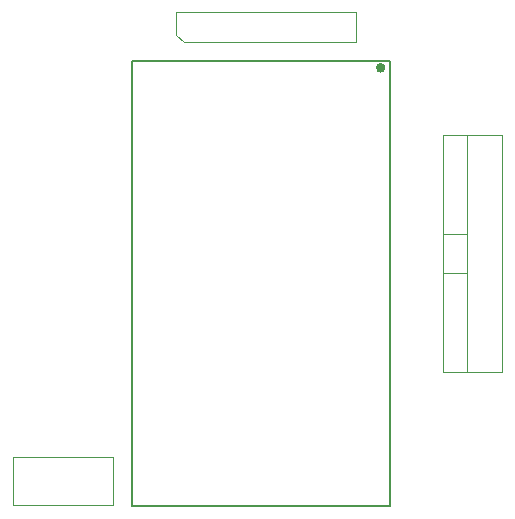
<source format=gbr>
G04 #@! TF.GenerationSoftware,KiCad,Pcbnew,5.1.7-a382d34a8~88~ubuntu18.04.1*
G04 #@! TF.CreationDate,2021-07-23T19:11:00+05:30*
G04 #@! TF.ProjectId,BackEnd_HeavyDevice_v2,4261636b-456e-4645-9f48-656176794465,rev?*
G04 #@! TF.SameCoordinates,Original*
G04 #@! TF.FileFunction,Other,Fab,Top*
%FSLAX46Y46*%
G04 Gerber Fmt 4.6, Leading zero omitted, Abs format (unit mm)*
G04 Created by KiCad (PCBNEW 5.1.7-a382d34a8~88~ubuntu18.04.1) date 2021-07-23 19:11:00*
%MOMM*%
%LPD*%
G01*
G04 APERTURE LIST*
%ADD10C,0.127000*%
%ADD11C,0.400000*%
%ADD12C,0.100000*%
G04 APERTURE END LIST*
D10*
X118271000Y-97633000D02*
X140099000Y-97633000D01*
X140099000Y-97633000D02*
X140083000Y-135313000D01*
X140083000Y-135313000D02*
X118271000Y-135313000D01*
X118271000Y-135313000D02*
X118271000Y-97633000D01*
D11*
X139537000Y-98229000D02*
G75*
G03*
X139537000Y-98229000I-200000J0D01*
G01*
D12*
X116693000Y-135208000D02*
X116693000Y-131208000D01*
X108193000Y-135208000D02*
X116693000Y-135208000D01*
X108193000Y-131208000D02*
X108193000Y-135208000D01*
X116693000Y-131208000D02*
X108193000Y-131208000D01*
X144615000Y-123950000D02*
X149615000Y-123950000D01*
X149615000Y-123950000D02*
X149615000Y-103950000D01*
X149615000Y-103950000D02*
X144615000Y-103950000D01*
X144615000Y-103950000D02*
X144615000Y-123950000D01*
X146615000Y-123950000D02*
X146615000Y-103950000D01*
X144615000Y-115600000D02*
X146615000Y-115600000D01*
X144615000Y-112300000D02*
X146615000Y-112300000D01*
X122039000Y-95435400D02*
X122039000Y-93530400D01*
X122039000Y-93530400D02*
X137279000Y-93530400D01*
X137279000Y-93530400D02*
X137279000Y-96070400D01*
X137279000Y-96070400D02*
X122674000Y-96070400D01*
X122674000Y-96070400D02*
X122039000Y-95435400D01*
M02*

</source>
